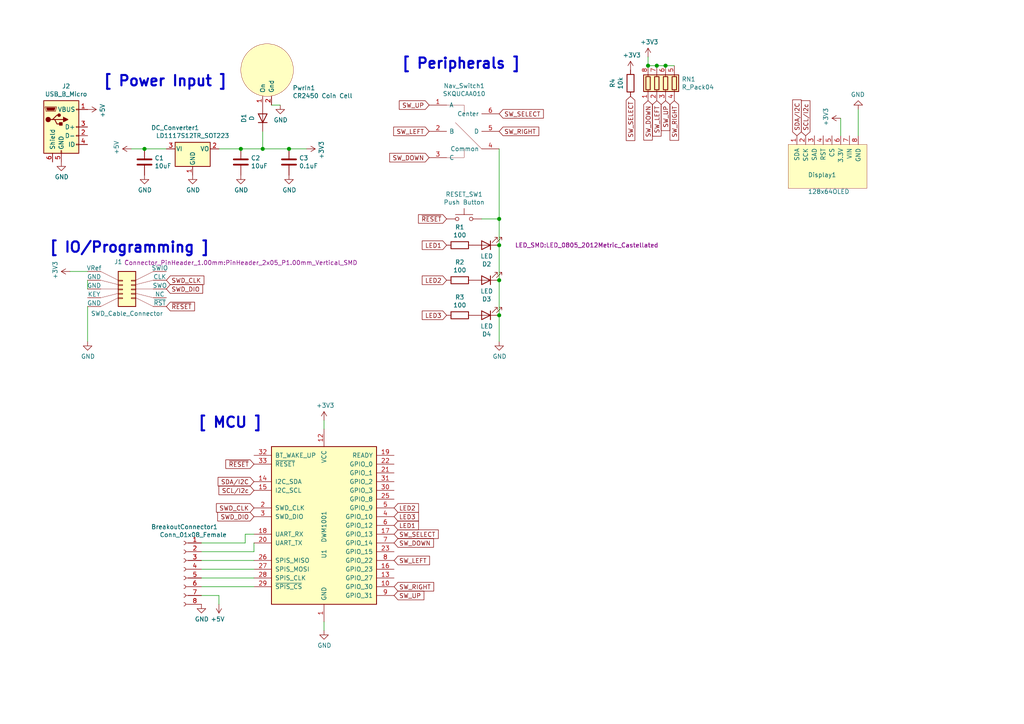
<source format=kicad_sch>
(kicad_sch (version 20211123) (generator eeschema)
  (paper "A4")
  (title_block (title "Indoor GPS Mobile Tag") (date "2020-10-20") (rev "Mk 1") (company "Kelley Industries"))
  (lib_symbols
    (symbol "Connector:Conn_01x08_Female" (pin_names (offset 1.016) hide)
      (property "Reference" "J" (at 0 10.16 0))
      (property "Value" "Conn_01x08_Female" (at 0 -12.7 0))
      (symbol "Conn_01x08_Female_1_1"
        (arc (start 0 -9.652) (mid -0.508 -10.16) (end 0 -10.668) (stroke (width 0.1524)))
        (arc (start 0 -7.112) (mid -0.508 -7.62) (end 0 -8.128) (stroke (width 0.1524)))
        (arc (start 0 -4.572) (mid -0.508 -5.08) (end 0 -5.588) (stroke (width 0.1524)))
        (arc (start 0 -2.032) (mid -0.508 -2.54) (end 0 -3.048) (stroke (width 0.1524)))
        (polyline (pts (xy -1.27 -10.16) (xy -0.508 -10.16)) (stroke (width 0.1524)))
        (polyline (pts (xy -1.27 -7.62) (xy -0.508 -7.62)) (stroke (width 0.1524)))
        (polyline (pts (xy -1.27 -5.08) (xy -0.508 -5.08)) (stroke (width 0.1524)))
        (polyline (pts (xy -1.27 -2.54) (xy -0.508 -2.54)) (stroke (width 0.1524)))
        (polyline (pts (xy -1.27 0) (xy -0.508 0)) (stroke (width 0.1524)))
        (polyline (pts (xy -1.27 2.54) (xy -0.508 2.54)) (stroke (width 0.1524)))
        (polyline (pts (xy -1.27 5.08) (xy -0.508 5.08)) (stroke (width 0.1524)))
        (polyline (pts (xy -1.27 7.62) (xy -0.508 7.62)) (stroke (width 0.1524)))
        (arc (start 0 0.508) (mid -0.508 0) (end 0 -0.508) (stroke (width 0.1524)))
        (arc (start 0 3.048) (mid -0.508 2.54) (end 0 2.032) (stroke (width 0.1524)))
        (arc (start 0 5.588) (mid -0.508 5.08) (end 0 4.572) (stroke (width 0.1524)))
        (arc (start 0 8.128) (mid -0.508 7.62) (end 0 7.112) (stroke (width 0.1524)))
        (pin passive line (at -5.08 7.62 0) (length 3.81) (name "Pin_1") (number "1"))
        (pin passive line (at -5.08 5.08 0) (length 3.81) (name "Pin_2") (number "2"))
        (pin passive line (at -5.08 2.54 0) (length 3.81) (name "Pin_3") (number "3"))
        (pin passive line (at -5.08 0 0) (length 3.81) (name "Pin_4") (number "4"))
        (pin passive line (at -5.08 -2.54 0) (length 3.81) (name "Pin_5") (number "5"))
        (pin passive line (at -5.08 -5.08 0) (length 3.81) (name "Pin_6") (number "6"))
        (pin passive line (at -5.08 -7.62 0) (length 3.81) (name "Pin_7") (number "7"))
        (pin passive line (at -5.08 -10.16 0) (length 3.81) (name "Pin_8") (number "8"))
      )
    )
    (symbol "Connector:USB_B_Micro" (pin_names (offset 1.016))
      (property "Reference" "J" (at -5.08 11.43 0))
      (property "Value" "USB_B_Micro" (at -5.08 8.89 0))
      (symbol "USB_B_Micro_0_1"
        (rectangle (start -5.08 -7.62) (end 5.08 7.62) (stroke (width 0.254)) (fill (type background)))
        (circle (center -3.81 2.159) (radius 0.635) (stroke (width 0.254)) (fill (type outline)))
        (circle (center -0.635 3.429) (radius 0.381) (stroke (width 0.254)) (fill (type outline)))
        (rectangle (start -0.127 -7.62) (end 0.127 -6.858))
        (polyline (pts (xy -1.905 2.159) (xy 0.635 2.159)) (stroke (width 0.254)))
        (polyline (pts (xy -3.175 2.159) (xy -2.54 2.159) (xy -1.27 3.429) (xy -0.635 3.429)) (stroke (width 0.254)))
        (polyline (pts (xy -2.54 2.159) (xy -1.905 2.159) (xy -1.27 0.889) (xy 0 0.889)) (stroke (width 0.254)))
        (polyline (pts (xy 0.635 2.794) (xy 0.635 1.524) (xy 1.905 2.159) (xy 0.635 2.794)) (stroke (width 0.254)) (fill (type outline)))
        (polyline (pts (xy -4.318 5.588) (xy -1.778 5.588) (xy -2.032 4.826) (xy -4.064 4.826) (xy -4.318 5.588)) (fill (type outline)))
        (polyline (pts (xy -4.699 5.842) (xy -4.699 5.588) (xy -4.445 4.826) (xy -4.445 4.572) (xy -1.651 4.572) (xy -1.651 4.826) (xy -1.397 5.588) (xy -1.397 5.842) (xy -4.699 5.842)))
        (rectangle (start 0.254 1.27) (end -0.508 0.508) (stroke (width 0.254)) (fill (type outline)))
        (rectangle (start 5.08 -5.207) (end 4.318 -4.953))
        (rectangle (start 5.08 -2.667) (end 4.318 -2.413))
        (rectangle (start 5.08 -0.127) (end 4.318 0.127))
        (rectangle (start 5.08 4.953) (end 4.318 5.207))
      )
      (symbol "USB_B_Micro_1_1"
        (pin power_out line (at 7.62 5.08 180) (length 2.54) (name "VBUS") (number "1"))
        (pin passive line (at 7.62 -2.54 180) (length 2.54) (name "D-") (number "2"))
        (pin passive line (at 7.62 0 180) (length 2.54) (name "D+") (number "3"))
        (pin passive line (at 7.62 -5.08 180) (length 2.54) (name "ID") (number "4"))
        (pin power_out line (at 0 -10.16 90) (length 2.54) (name "GND") (number "5"))
        (pin passive line (at -2.54 -10.16 90) (length 2.54) (name "Shield") (number "6"))
      )
    )
    (symbol "Device:C" (pin_numbers hide) (pin_names (offset 0.254))
      (property "Reference" "C" (at 0.635 2.54 0))
      (property "Value" "C" (at 0.635 -2.54 0))
      (symbol "C_0_1"
        (polyline (pts (xy -2.032 -0.762) (xy 2.032 -0.762)) (stroke (width 0.508)))
        (polyline (pts (xy -2.032 0.762) (xy 2.032 0.762)) (stroke (width 0.508)))
      )
      (symbol "C_1_1"
        (pin passive line (at 0 3.81 270) (length 2.794) (name "~") (number "1"))
        (pin passive line (at 0 -3.81 90) (length 2.794) (name "~") (number "2"))
      )
    )
    (symbol "Device:D" (pin_numbers hide) (pin_names (offset 1.016) hide)
      (property "Reference" "D" (at 0 2.54 0))
      (property "Value" "D" (at 0 -2.54 0))
      (symbol "D_0_1"
        (polyline (pts (xy -1.27 1.27) (xy -1.27 -1.27)) (stroke (width 0.254)))
        (polyline (pts (xy 1.27 0) (xy -1.27 0)))
        (polyline (pts (xy 1.27 1.27) (xy 1.27 -1.27) (xy -1.27 0) (xy 1.27 1.27)) (stroke (width 0.254)))
      )
      (symbol "D_1_1"
        (pin passive line (at -3.81 0 0) (length 2.54) (name "K") (number "1"))
        (pin passive line (at 3.81 0 180) (length 2.54) (name "A") (number "2"))
      )
    )
    (symbol "Device:LED" (pin_numbers hide) (pin_names (offset 1.016) hide)
      (property "Reference" "D" (at 0 2.54 0))
      (property "Value" "LED" (at 0 -2.54 0))
      (symbol "LED_0_1"
        (polyline (pts (xy -1.27 -1.27) (xy -1.27 1.27)) (stroke (width 0.254)))
        (polyline (pts (xy -1.27 0) (xy 1.27 0)))
        (polyline (pts (xy 1.27 -1.27) (xy 1.27 1.27) (xy -1.27 0) (xy 1.27 -1.27)) (stroke (width 0.254)))
        (polyline (pts (xy -3.048 -0.762) (xy -4.572 -2.286) (xy -3.81 -2.286) (xy -4.572 -2.286) (xy -4.572 -1.524)))
        (polyline (pts (xy -1.778 -0.762) (xy -3.302 -2.286) (xy -2.54 -2.286) (xy -3.302 -2.286) (xy -3.302 -1.524)))
      )
      (symbol "LED_1_1"
        (pin passive line (at -3.81 0 0) (length 2.54) (name "K") (number "1"))
        (pin passive line (at 3.81 0 180) (length 2.54) (name "A") (number "2"))
      )
    )
    (symbol "Device:R" (pin_numbers hide) (pin_names (offset 0))
      (property "Reference" "R" (at 2.032 0 90))
      (property "Value" "R" (at 0 0 90))
      (symbol "R_0_1"
        (rectangle (start -1.016 -2.54) (end 1.016 2.54) (stroke (width 0.254)))
      )
      (symbol "R_1_1"
        (pin passive line (at 0 3.81 270) (length 1.27) (name "~") (number "1"))
        (pin passive line (at 0 -3.81 90) (length 1.27) (name "~") (number "2"))
      )
    )
    (symbol "Device:R_Pack04" (pin_names (offset 0) hide)
      (property "Reference" "RN" (at -7.62 0 90))
      (property "Value" "R_Pack04" (at 5.08 0 90))
      (symbol "R_Pack04_0_1"
        (rectangle (start -6.35 -2.413) (end 3.81 2.413) (stroke (width 0.254)) (fill (type background)))
        (rectangle (start -5.715 1.905) (end -4.445 -1.905) (stroke (width 0.254)))
        (rectangle (start -3.175 1.905) (end -1.905 -1.905) (stroke (width 0.254)))
        (rectangle (start -0.635 1.905) (end 0.635 -1.905) (stroke (width 0.254)))
        (polyline (pts (xy -5.08 -2.54) (xy -5.08 -1.905)))
        (polyline (pts (xy -5.08 1.905) (xy -5.08 2.54)))
        (polyline (pts (xy -2.54 -2.54) (xy -2.54 -1.905)))
        (polyline (pts (xy -2.54 1.905) (xy -2.54 2.54)))
        (polyline (pts (xy 0 -2.54) (xy 0 -1.905)))
        (polyline (pts (xy 0 1.905) (xy 0 2.54)))
        (polyline (pts (xy 2.54 -2.54) (xy 2.54 -1.905)))
        (polyline (pts (xy 2.54 1.905) (xy 2.54 2.54)))
        (rectangle (start 1.905 1.905) (end 3.175 -1.905) (stroke (width 0.254)))
      )
      (symbol "R_Pack04_1_1"
        (pin passive line (at -5.08 -5.08 90) (length 2.54) (name "R1.1") (number "1"))
        (pin passive line (at -2.54 -5.08 90) (length 2.54) (name "R2.1") (number "2"))
        (pin passive line (at 0 -5.08 90) (length 2.54) (name "R3.1") (number "3"))
        (pin passive line (at 2.54 -5.08 90) (length 2.54) (name "R4.1") (number "4"))
        (pin passive line (at 2.54 5.08 270) (length 2.54) (name "R4.2") (number "5"))
        (pin passive line (at 0 5.08 270) (length 2.54) (name "R3.2") (number "6"))
        (pin passive line (at -2.54 5.08 270) (length 2.54) (name "R2.2") (number "7"))
        (pin passive line (at -5.08 5.08 270) (length 2.54) (name "R1.2") (number "8"))
      )
    )
    (symbol "RF_Module:DWM1001" (pin_names (offset 1.016))
      (property "Reference" "U" (at -12.7 27.94 0))
      (property "Value" "DWM1001" (at -12.7 25.4 0))
      (symbol "DWM1001_0_1"
        (rectangle (start 15.24 22.86) (end -15.24 -22.86) (stroke (width 0.254)) (fill (type background)))
      )
      (symbol "DWM1001_1_1"
        (pin power_in line (at 0 -27.94 90) (length 5.08) (name "GND") (number "1"))
        (pin bidirectional line (at 20.32 -17.78 180) (length 5.08) (name "GPIO_30") (number "10"))
        (pin passive line (at 0 -27.94 90) (length 5.08) hide (name "GND") (number "11"))
        (pin power_in line (at 0 27.94 270) (length 5.08) (name "VCC") (number "12"))
        (pin bidirectional line (at 20.32 -15.24 180) (length 5.08) (name "GPIO_27") (number "13"))
        (pin bidirectional line (at -20.32 12.7 0) (length 5.08) (name "I2C_SDA") (number "14"))
        (pin output line (at -20.32 10.16 0) (length 5.08) (name "I2C_SCL") (number "15"))
        (pin bidirectional line (at 20.32 -12.7 180) (length 5.08) (name "GPIO_23") (number "16"))
        (pin bidirectional line (at 20.32 -2.54 180) (length 5.08) (name "GPIO_13") (number "17"))
        (pin input line (at -20.32 -2.54 0) (length 5.08) (name "UART_RX") (number "18"))
        (pin output line (at 20.32 20.32 180) (length 5.08) (name "READY") (number "19"))
        (pin input line (at -20.32 5.08 0) (length 5.08) (name "SWD_CLK") (number "2"))
        (pin output line (at -20.32 -5.08 0) (length 5.08) (name "UART_TX") (number "20"))
        (pin bidirectional line (at 20.32 15.24 180) (length 5.08) (name "GPIO_1") (number "21"))
        (pin bidirectional line (at 20.32 17.78 180) (length 5.08) (name "GPIO_0") (number "22"))
        (pin bidirectional line (at 20.32 -7.62 180) (length 5.08) (name "GPIO_15") (number "23"))
        (pin passive line (at 0 -27.94 90) (length 5.08) hide (name "GND") (number "24"))
        (pin bidirectional line (at 20.32 7.62 180) (length 5.08) (name "GPIO_8") (number "25"))
        (pin output line (at -20.32 -10.16 0) (length 5.08) (name "SPIS_MISO") (number "26"))
        (pin tri_state line (at -20.32 -12.7 0) (length 5.08) (name "SPIS_MOSI") (number "27"))
        (pin input line (at -20.32 -15.24 0) (length 5.08) (name "SPIS_CLK") (number "28"))
        (pin input line (at -20.32 -17.78 0) (length 5.08) (name "~{SPIS_CS}") (number "29"))
        (pin bidirectional line (at -20.32 2.54 0) (length 5.08) (name "SWD_DIO") (number "3"))
        (pin bidirectional line (at 20.32 10.16 180) (length 5.08) (name "GPIO_3") (number "30"))
        (pin bidirectional line (at 20.32 12.7 180) (length 5.08) (name "GPIO_2") (number "31"))
        (pin input line (at -20.32 20.32 0) (length 5.08) (name "BT_WAKE_UP") (number "32"))
        (pin input line (at -20.32 17.78 0) (length 5.08) (name "~{RESET}") (number "33"))
        (pin passive line (at 0 -27.94 90) (length 5.08) hide (name "GND") (number "34"))
        (pin bidirectional line (at 20.32 2.54 180) (length 5.08) (name "GPIO_10") (number "4"))
        (pin bidirectional line (at 20.32 5.08 180) (length 5.08) (name "GPIO_9") (number "5"))
        (pin bidirectional line (at 20.32 0 180) (length 5.08) (name "GPIO_12") (number "6"))
        (pin bidirectional line (at 20.32 -5.08 180) (length 5.08) (name "GPIO_14") (number "7"))
        (pin bidirectional line (at 20.32 -10.16 180) (length 5.08) (name "GPIO_22") (number "8"))
        (pin bidirectional line (at 20.32 -20.32 180) (length 5.08) (name "GPIO_31") (number "9"))
      )
    )
    (symbol "Regulator_Linear:LD1117S12TR_SOT223" (pin_names (offset 0.254))
      (property "Reference" "U" (at -3.81 3.175 0))
      (property "Value" "LD1117S12TR_SOT223" (at 0 3.175 0))
      (symbol "LD1117S12TR_SOT223_0_1"
        (rectangle (start -5.08 -5.08) (end 5.08 1.905) (stroke (width 0.254)) (fill (type background)))
      )
      (symbol "LD1117S12TR_SOT223_1_1"
        (pin power_in line (at 0 -7.62 90) (length 2.54) (name "GND") (number "1"))
        (pin power_out line (at 7.62 0 180) (length 2.54) (name "VO") (number "2"))
        (pin power_in line (at -7.62 0 0) (length 2.54) (name "VI") (number "3"))
      )
    )
    (symbol "Switch:SW_Push" (pin_numbers hide) (pin_names (offset 1.016) hide)
      (property "Reference" "SW" (at 1.27 2.54 0))
      (property "Value" "SW_Push" (at 0 -1.524 0))
      (symbol "SW_Push_0_1"
        (circle (center -2.032 0) (radius 0.508))
        (polyline (pts (xy 0 1.27) (xy 0 3.048)))
        (polyline (pts (xy 2.54 1.27) (xy -2.54 1.27)))
        (circle (center 2.032 0) (radius 0.508))
        (pin passive line (at -5.08 0 0) (length 2.54) (name "1") (number "1"))
        (pin passive line (at 5.08 0 180) (length 2.54) (name "2") (number "2"))
      )
    )
    (symbol "mobile-tag-schematics:128x64OLED_1" (pin_names (offset 1.016))
      (property "Reference" "U" (at 1.27 -6.35 0))
      (property "Value" "128x64OLED" (at 1.27 -8.89 0))
      (symbol "128x64OLED_1_0_1"
        (rectangle (start -11.43 0) (end 11.43 -12.7) (stroke (width 0.001)) (fill (type background)))
      )
      (symbol "128x64OLED_1_1_1"
        (pin bidirectional line (at -8.89 2.54 270) (length 2.54) (name "SDA") (number "1"))
        (pin bidirectional line (at -6.35 2.54 270) (length 2.54) (name "SCK") (number "2"))
        (pin bidirectional line (at -3.81 2.54 270) (length 2.54) (name "SAD") (number "3"))
        (pin bidirectional line (at -1.27 2.54 270) (length 2.54) (name "RST") (number "4"))
        (pin bidirectional line (at 1.27 2.54 270) (length 2.54) (name "CS") (number "5"))
        (pin bidirectional line (at 3.81 2.54 270) (length 2.54) (name "3.3V") (number "6"))
        (pin bidirectional line (at 6.35 2.54 270) (length 2.54) (name "VIN") (number "7"))
        (pin bidirectional line (at 8.89 2.54 270) (length 2.54) (name "GND") (number "8"))
      )
    )
    (symbol "mobile-tag-schematics:CoinCellBreakoutOnOff" (pin_names (offset 1.016))
      (property "Reference" "U" (at 10.16 12.7 0))
      (property "Value" "CoinCellBreakoutOnOff" (at -2.54 12.7 0))
      (symbol "CoinCellBreakoutOnOff_0_1"
        (circle (center -1.27 -12.7) (radius 7.62) (stroke (width 0.001)) (fill (type background)))
      )
      (symbol "CoinCellBreakoutOnOff_1_1"
        (pin bidirectional line (at 0 -2.54 270) (length 2.54) (name "On") (number "1"))
        (pin bidirectional line (at -2.54 -2.54 270) (length 2.54) (name "Gnd") (number "2"))
      )
    )
    (symbol "mobile-tag-schematics:SKQUCAA010_1" (pin_names (offset 0.762))
      (property "Reference" "S" (at 16.51 7.62 0))
      (property "Value" "SKQUCAA010" (at 38.1 5.08 0))
      (symbol "SKQUCAA010_1_0_0"
        (pin passive line (at 0 5.08 0) (length 5.08) (name "A") (number "1"))
        (pin passive line (at 0 -2.54 0) (length 5.08) (name "B") (number "2"))
        (pin passive line (at 0 -10.16 0) (length 5.08) (name "C") (number "3"))
        (pin passive line (at 20.32 -7.62 180) (length 5.08) (name "Common") (number "4"))
        (pin passive line (at 20.32 -2.54 180) (length 5.08) (name "D") (number "5"))
        (pin passive line (at 20.32 2.54 180) (length 5.08) (name "Center") (number "6"))
      )
      (symbol "SKQUCAA010_1_0_1"
        (polyline (pts (xy 7.62 0) (xy 15.24 -7.62)) (stroke (width 0.0006)))
        (polyline (pts (xy 5.08 -10.16) (xy 10.16 -10.16) (xy 10.16 -7.62)) (stroke (width 0.0006)))
        (polyline (pts (xy 5.08 5.08) (xy 10.16 5.08) (xy 10.16 2.54)) (stroke (width 0.0006)))
      )
    )
    (symbol "mobile-tag-schematics:SWD_Cable_Connector" (pin_numbers hide) (pin_names (offset 0))
      (property "Reference" "J" (at 1.27 8.89 0))
      (property "Value" "SWD_Cable_Connector" (at 1.27 -5.08 0))
      (property "Datasheet" "~" (at 0 0 0))
      (symbol "SWD_Cable_Connector_0_1"
        (polyline (pts (xy -6.35 -2.54) (xy -1.27 0)) (stroke (width 0.0006)))
        (polyline (pts (xy -6.35 0) (xy -1.27 1.27)) (stroke (width 0.0006)))
        (polyline (pts (xy -6.35 2.54) (xy -1.27 2.54)) (stroke (width 0.0006)))
        (polyline (pts (xy -6.35 5.08) (xy -1.27 3.81)) (stroke (width 0.0006)))
        (polyline (pts (xy -1.27 5.08) (xy -6.35 7.62)) (stroke (width 0.0006)))
        (polyline (pts (xy 3.81 1.27) (xy 8.89 0)) (stroke (width 0.0006)))
        (polyline (pts (xy 3.81 2.54) (xy 8.89 2.54)) (stroke (width 0.0006)))
        (polyline (pts (xy 3.81 5.08) (xy 8.89 7.62)) (stroke (width 0.0006)))
        (polyline (pts (xy 8.89 -2.54) (xy 3.81 0)) (stroke (width 0.0006)))
        (polyline (pts (xy 8.89 5.08) (xy 3.81 3.81)) (stroke (width 0.0006)))
      )
      (symbol "SWD_Cable_Connector_1_1"
        (rectangle (start -1.27 0) (end 0 -0.254) (stroke (width 0.1524)))
        (rectangle (start -1.27 1.27) (end 0 1.016) (stroke (width 0.1524)))
        (rectangle (start -1.27 2.54) (end 0 2.286) (stroke (width 0.1524)))
        (rectangle (start -1.27 3.81) (end 0 3.556) (stroke (width 0.1524)))
        (rectangle (start -1.27 5.08) (end 0 4.826) (stroke (width 0.1524)))
        (rectangle (start -1.27 7.62) (end 3.81 -2.54) (stroke (width 0.254)) (fill (type background)))
        (rectangle (start 3.81 0) (end 2.54 -0.254) (stroke (width 0.1524)))
        (rectangle (start 3.81 1.27) (end 2.54 1.016) (stroke (width 0.1524)))
        (rectangle (start 3.81 2.54) (end 2.54 2.286) (stroke (width 0.1524)))
        (rectangle (start 3.81 3.81) (end 2.54 3.556) (stroke (width 0.1524)))
        (rectangle (start 3.81 5.08) (end 2.54 4.826) (stroke (width 0.1524)))
        (pin passive line (at -10.16 7.62 0) (length 3.81) (name "VRef") (number "1"))
        (pin passive line (at 12.7 -2.54 180) (length 3.81) (name "~{RST}") (number "10"))
        (pin passive line (at 12.7 7.62 180) (length 3.81) (name "SWIO") (number "2"))
        (pin passive line (at -10.16 5.08 0) (length 3.81) (name "GND") (number "3"))
        (pin passive line (at 12.7 5.08 180) (length 3.81) (name "CLK") (number "4"))
        (pin passive line (at -10.16 2.54 0) (length 3.81) (name "GND") (number "5"))
        (pin passive line (at 12.7 2.54 180) (length 3.81) (name "SWO") (number "6"))
        (pin passive line (at -10.16 0 0) (length 3.81) (name "KEY") (number "7"))
        (pin passive line (at 12.7 0 180) (length 3.81) (name "NC") (number "8"))
        (pin passive line (at -10.16 -2.54 0) (length 3.81) (name "GND") (number "9"))
      )
    )
    (symbol "power:+3.3V" (power) (pin_names (offset 0))
      (property "Value" "+3.3V" (at 0 3.556 0))
      (symbol "+3.3V_0_1"
        (polyline (pts (xy -0.762 1.27) (xy 0 2.54)))
        (polyline (pts (xy 0 0) (xy 0 2.54)))
        (polyline (pts (xy 0 2.54) (xy 0.762 1.27)))
      )
      (symbol "+3.3V_1_1"
        (pin power_in line (at 0 0 90) (length 0) hide (name "+3V3") (number "1"))
      )
    )
    (symbol "power:+5V" (power) (pin_names (offset 0))
      (property "Value" "+5V" (at 0 3.556 0))
      (symbol "+5V_0_1"
        (polyline (pts (xy -0.762 1.27) (xy 0 2.54)))
        (polyline (pts (xy 0 0) (xy 0 2.54)))
        (polyline (pts (xy 0 2.54) (xy 0.762 1.27)))
      )
      (symbol "+5V_1_1"
        (pin power_in line (at 0 0 90) (length 0) hide (name "+5V") (number "1"))
      )
    )
    (symbol "power:GND" (power) (pin_names (offset 0))
      (property "Value" "GND" (at 0 -3.81 0))
      (symbol "GND_0_1"
        (polyline (pts (xy 0 0) (xy 0 -1.27) (xy 1.27 -1.27) (xy 0 -2.54) (xy -1.27 -1.27) (xy 0 -1.27)))
      )
      (symbol "GND_1_1"
        (pin power_in line (at 0 0 270) (length 0) hide (name "GND") (number "1"))
      )
    )
  )
  (junction (at 69.85 43.18) (diameter 1.016))
  (junction (at 193.04 19.05) (diameter 1.016))
  (junction (at 144.78 71.12) (diameter 1.016))
  (junction (at 144.78 81.28) (diameter 1.016))
  (junction (at 76.2 43.18) (diameter 1.016))
  (junction (at 144.78 91.44) (diameter 1.016))
  (junction (at 190.5 19.05) (diameter 1.016))
  (junction (at 187.96 19.05) (diameter 1.016))
  (junction (at 83.82 43.18) (diameter 1.016))
  (junction (at 41.91 43.18) (diameter 1.016))
  (junction (at 144.78 63.5) (diameter 1.016))
  (wire (pts (xy 58.42 157.48) (xy 71.12 157.48)))
  (wire (pts (xy 83.82 43.18) (xy 88.9 43.18)))
  (wire (pts (xy 187.96 16.51) (xy 187.96 19.05)))
  (wire (pts (xy 58.42 170.18) (xy 73.66 170.18)))
  (wire (pts (xy 58.42 162.56) (xy 73.66 162.56)))
  (wire (pts (xy 144.78 71.12) (xy 144.78 63.5)))
  (wire (pts (xy 63.5 175.26) (xy 63.5 172.72)))
  (wire (pts (xy 63.5 43.18) (xy 69.85 43.18)))
  (wire (pts (xy 144.78 43.18) (xy 144.78 63.5)))
  (wire (pts (xy 25.4 88.9) (xy 25.4 99.06)))
  (wire (pts (xy 58.42 172.72) (xy 63.5 172.72)))
  (wire (pts (xy 73.66 160.02) (xy 73.66 157.48)))
  (wire (pts (xy 25.4 81.28) (xy 25.4 83.82)))
  (wire (pts (xy 93.98 180.34) (xy 93.98 182.88)))
  (wire (pts (xy 76.2 38.1) (xy 76.2 43.18)))
  (wire (pts (xy 78.74 30.48) (xy 81.28 30.48)))
  (wire (pts (xy 71.12 154.94) (xy 73.66 154.94)))
  (wire (pts (xy 187.96 19.05) (xy 190.5 19.05)))
  (wire (pts (xy 193.04 19.05) (xy 195.58 19.05)))
  (wire (pts (xy 58.42 160.02) (xy 73.66 160.02)))
  (wire (pts (xy 71.12 157.48) (xy 71.12 154.94)))
  (wire (pts (xy 20.32 78.74) (xy 25.4 78.74)))
  (wire (pts (xy 144.78 81.28) (xy 144.78 91.44)))
  (wire (pts (xy 41.91 43.18) (xy 48.26 43.18)))
  (wire (pts (xy 76.2 43.18) (xy 83.82 43.18)))
  (wire (pts (xy 144.78 71.12) (xy 144.78 81.28)))
  (wire (pts (xy 139.7 63.5) (xy 144.78 63.5)))
  (wire (pts (xy 93.98 121.92) (xy 93.98 124.46)))
  (wire (pts (xy 38.1 43.18) (xy 41.91 43.18)))
  (wire (pts (xy 58.42 165.1) (xy 73.66 165.1)))
  (wire (pts (xy 248.92 31.75) (xy 248.92 39.37)))
  (wire (pts (xy 243.84 34.29) (xy 243.84 39.37)))
  (wire (pts (xy 144.78 91.44) (xy 144.78 99.06)))
  (wire (pts (xy 190.5 19.05) (xy 193.04 19.05)))
  (wire (pts (xy 58.42 167.64) (xy 73.66 167.64)))
  (wire (pts (xy 69.85 43.18) (xy 76.2 43.18)))
  (text "[ Peripherals ]" (at 151.13 20.32 180) (effects (font (size 3 3) (thickness 0.6) bold) (justify right bottom)))
  (text "[ MCU ]" (at 76.2 124.46 180) (effects (font (size 3 3) (thickness 0.6) bold) (justify right bottom)))
  (text "[ IO/Programming ]" (at 60.96 73.66 180) (effects (font (size 3 3) (thickness 0.6) bold) (justify right bottom)))
  (text "[ Power Input ]" (at 66.04 25.4 180) (effects (font (size 3 3) (thickness 0.6) bold) (justify right bottom)))
  (global_label "SW_UP" (shape input) (at 114.3 172.72 0) (property "Intersheet References" "${INTERSHEET_REFS}" (effects hide)))
  (global_label "SW_RIGHT" (shape input) (at 114.3 170.18 0) (property "Intersheet References" "${INTERSHEET_REFS}" (effects hide)))
  (global_label "SCL{slash}I2c" (shape input) (at 233.68 39.37 90) (property "Intersheet References" "${INTERSHEET_REFS}" (effects hide)))
  (global_label "SW_DOWN" (shape input) (at 187.96 29.21 270) (property "Intersheet References" "${INTERSHEET_REFS}" (effects hide)))
  (global_label "LED2" (shape input) (at 129.54 81.28 180) (property "Intersheet References" "${INTERSHEET_REFS}" (effects hide)))
  (global_label "SW_RIGHT" (shape input) (at 144.78 38.1 0) (property "Intersheet References" "${INTERSHEET_REFS}" (effects hide)))
  (global_label "SWD_DIO" (shape input) (at 73.66 149.86 180) (property "Intersheet References" "${INTERSHEET_REFS}" (effects hide)))
  (global_label "SW_DOWN" (shape input) (at 114.3 157.48 0) (property "Intersheet References" "${INTERSHEET_REFS}" (effects hide)))
  (global_label "SW_SELECT" (shape input) (at 114.3 154.94 0) (property "Intersheet References" "${INTERSHEET_REFS}" (effects hide)))
  (global_label "SCL{slash}I2c" (shape input) (at 73.66 142.24 180) (property "Intersheet References" "${INTERSHEET_REFS}" (effects hide)))
  (global_label "~{RESET}" (shape input) (at 73.66 134.62 180) (property "Intersheet References" "${INTERSHEET_REFS}" (effects hide)))
  (global_label "SW_LEFT" (shape input) (at 114.3 162.56 0) (property "Intersheet References" "${INTERSHEET_REFS}" (effects hide)))
  (global_label "SW_UP" (shape input) (at 124.46 30.48 180) (property "Intersheet References" "${INTERSHEET_REFS}" (effects hide)))
  (global_label "SW_SELECT" (shape input) (at 182.88 27.94 270) (property "Intersheet References" "${INTERSHEET_REFS}" (effects hide)))
  (global_label "SW_UP" (shape input) (at 193.04 29.21 270) (property "Intersheet References" "${INTERSHEET_REFS}" (effects hide)))
  (global_label "SW_RIGHT" (shape input) (at 195.58 29.21 270) (property "Intersheet References" "${INTERSHEET_REFS}" (effects hide)))
  (global_label "SDA{slash}I2C" (shape input) (at 73.66 139.7 180) (property "Intersheet References" "${INTERSHEET_REFS}" (effects hide)))
  (global_label "~{RESET}" (shape input) (at 129.54 63.5 180) (property "Intersheet References" "${INTERSHEET_REFS}" (effects hide)))
  (global_label "LED3" (shape input) (at 129.54 91.44 180) (property "Intersheet References" "${INTERSHEET_REFS}" (effects hide)))
  (global_label "SDA{slash}I2C" (shape input) (at 231.14 39.37 90) (property "Intersheet References" "${INTERSHEET_REFS}" (effects hide)))
  (global_label "SWD_CLK" (shape input) (at 48.26 81.28 0) (property "Intersheet References" "${INTERSHEET_REFS}" (effects hide)))
  (global_label "LED1" (shape input) (at 129.54 71.12 180) (property "Intersheet References" "${INTERSHEET_REFS}" (effects hide)))
  (global_label "~{RESET}" (shape input) (at 48.26 88.9 0) (property "Intersheet References" "${INTERSHEET_REFS}" (effects hide)))
  (global_label "SWD_DIO" (shape input) (at 48.26 83.82 0) (property "Intersheet References" "${INTERSHEET_REFS}" (effects hide)))
  (global_label "SW_LEFT" (shape input) (at 190.5 29.21 270) (property "Intersheet References" "${INTERSHEET_REFS}" (effects hide)))
  (global_label "SW_LEFT" (shape input) (at 124.46 38.1 180) (property "Intersheet References" "${INTERSHEET_REFS}" (effects hide)))
  (global_label "SWD_CLK" (shape input) (at 73.66 147.32 180) (property "Intersheet References" "${INTERSHEET_REFS}" (effects hide)))
  (global_label "LED1" (shape input) (at 114.3 152.4 0) (property "Intersheet References" "${INTERSHEET_REFS}" (effects hide)))
  (global_label "SW_SELECT" (shape input) (at 144.78 33.02 0) (property "Intersheet References" "${INTERSHEET_REFS}" (effects hide)))
  (global_label "SW_DOWN" (shape input) (at 124.46 45.72 180) (property "Intersheet References" "${INTERSHEET_REFS}" (effects hide)))
  (global_label "LED3" (shape input) (at 114.3 149.86 0) (property "Intersheet References" "${INTERSHEET_REFS}" (effects hide)))
  (global_label "LED2" (shape input) (at 114.3 147.32 0) (property "Intersheet References" "${INTERSHEET_REFS}" (effects hide)))
  (symbol (lib_id "power:GND") (at 55.88 50.8 0) (unit 1)
    (property "Reference" "#PWR05" (effects hide))
    (property "Value" "GND" (at 55.9943 55.1244 0))
  )
  (symbol (lib_id "Device:R_Pack04") (at 193.04 24.13 0) (unit 1)
    (property "Reference" "RN1" (at 197.7137 22.9806 0) (effects (justify left)))
    (property "Value" "R_Pack04" (at 197.7137 25.2793 0) (effects (justify left)))
    (property "Footprint" "Resistor_SMD:R_Array_Convex_4x0603" (effects hide))
    (property "JLCPCB" "C29718" (effects hide))
  )
  (symbol (lib_id "Device:R") (at 133.35 71.12 270) (unit 1)
    (property "Reference" "R1" (at 133.35 65.8938 90))
    (property "Value" "100" (at 133.35 68.193 90))
    (property "Footprint" "Resistor_THT:R_Axial_DIN0204_L3.6mm_D1.6mm_P5.08mm_Vertical" (effects hide))
    (property "Datasheet" "1k" (effects hide))
    (property "JLCPCB" "C17901" (effects hide))
  )
  (symbol (lib_id "power:GND") (at 69.85 50.8 0) (unit 1)
    (property "Reference" "#PWR06" (effects hide))
    (property "Value" "GND" (at 69.9643 55.1244 0))
  )
  (symbol (lib_id "power:+5V") (at 25.4 31.75 270) (unit 1)
    (property "Reference" "#PWR0101" (effects hide))
    (property "Value" "+5V" (at 29.7244 32.1183 0))
  )
  (symbol (lib_id "Device:C") (at 69.85 46.99 0) (unit 1)
    (property "Reference" "C2" (at 72.771 45.841 0) (effects (justify left)))
    (property "Value" "10uF" (at 72.771 48.139 0) (effects (justify left)))
    (property "Footprint" "Capacitor_THT:C_Radial_D5.0mm_H5.0mm_P2.00mm" (effects hide))
    (property "JLCPCB" "C15850" (effects hide))
  )
  (symbol (lib_id "power:+3.3V") (at 93.98 121.92 0) (unit 1)
    (property "Reference" "#PWR012" (effects hide))
    (property "Value" "+3.3V" (at 94.3483 117.5956 0))
  )
  (symbol (lib_id "power:GND") (at 144.78 99.06 0) (unit 1)
    (property "Reference" "#PWR014" (effects hide))
    (property "Value" "GND" (at 144.8943 103.3844 0))
  )
  (symbol (lib_id "mobile-tag-schematics:CoinCellBreakoutOnOff") (at 76.2 33.02 180) (unit 1)
    (property "Reference" "PwrIn1" (at 84.868 25.505 0) (effects (justify right)))
    (property "Value" "CR2450 Coin Cell" (at 84.868 27.803 0) (effects (justify right)))
    (property "Footprint" "Battery:BatteryHolder_Keystone_3009_1x2450" (effects hide))
    (property "Vendor" "Ada" (effects hide))
  )
  (symbol (lib_id "power:GND") (at 58.42 175.26 0) (unit 1)
    (property "Reference" "#PWR07" (effects hide))
    (property "Value" "GND" (at 58.5343 179.5844 0))
  )
  (symbol (lib_id "power:+3.3V") (at 88.9 43.18 270) (unit 1)
    (property "Reference" "#PWR011" (effects hide))
    (property "Value" "+3.3V" (at 93.2244 43.5483 0))
  )
  (symbol (lib_id "Device:LED") (at 140.97 81.28 180) (unit 1)
    (property "Reference" "D3" (at 141.1605 86.7602 0))
    (property "Value" "LED" (at 141.1605 84.4615 0))
    (property "Footprint" "LED_THT:LED_D3.0mm" (effects hide))
    (property "JLCPCB" "C34499" (effects hide))
  )
  (symbol (lib_id "power:GND") (at 17.78 46.99 0) (unit 1)
    (property "Reference" "#PWR0102" (effects hide))
    (property "Value" "GND" (at 17.8943 51.3144 0))
  )
  (symbol (lib_id "Device:LED") (at 140.97 91.44 180) (unit 1)
    (property "Reference" "D4" (at 141.1605 96.9202 0))
    (property "Value" "LED" (at 141.1605 94.6215 0))
    (property "Footprint" "LED_THT:LED_D3.0mm" (effects hide))
    (property "JLCPCB" "C34499" (effects hide))
  )
  (symbol (lib_id "power:GND") (at 41.91 50.8 0) (unit 1)
    (property "Reference" "#PWR04" (effects hide))
    (property "Value" "GND" (at 42.0243 55.1244 0))
  )
  (symbol (lib_id "power:+3.3V") (at 182.88 20.32 0) (unit 1)
    (property "Reference" "#PWR0104" (effects hide))
    (property "Value" "+3.3V" (at 183.2483 15.9956 0))
  )
  (symbol (lib_id "power:GND") (at 83.82 50.8 0) (unit 1)
    (property "Reference" "#PWR010" (effects hide))
    (property "Value" "GND" (at 83.9343 55.1244 0))
  )
  (symbol (lib_id "power:+3.3V") (at 20.32 78.74 90) (unit 1)
    (property "Reference" "#PWR01" (effects hide))
    (property "Value" "+5V" (at 15.996 78.372 0))
  )
  (symbol (lib_id "power:GND") (at 93.98 182.88 0) (unit 1)
    (property "Reference" "#PWR013" (effects hide))
    (property "Value" "GND" (at 94.0943 187.2044 0))
  )
  (symbol (lib_id "Connector:Conn_01x08_Female") (at 53.34 165.1 0) (mirror y) (unit 1)
    (property "Reference" "BreakoutConnector1" (at 53.492 152.813 0))
    (property "Value" "Conn_01x08_Female" (at 56.0324 155.1113 0))
    (property "Footprint" "Connector_PinSocket_2.54mm:PinSocket_1x08_P2.54mm_Horizontal" (effects hide))
  )
  (symbol (lib_id "Device:C") (at 41.91 46.99 0) (unit 1)
    (property "Reference" "C1" (at 44.831 45.841 0) (effects (justify left)))
    (property "Value" "10uF" (at 44.831 48.139 0) (effects (justify left)))
    (property "Footprint" "Capacitor_SMD:C_0805_2012Metric_Pad1.15x1.40mm_HandSolder" (effects hide))
    (property "JLCPCB" "C15850" (effects hide))
  )
  (symbol (lib_id "Device:C") (at 83.82 46.99 0) (unit 1)
    (property "Reference" "C3" (at 86.741 45.841 0) (effects (justify left)))
    (property "Value" "0.1uF" (at 86.7411 48.1393 0) (effects (justify left)))
    (property "Footprint" "Resistor_SMD:R_0603_1608Metric_Pad1.05x0.95mm_HandSolder" (effects hide))
    (property "JLCPCB" "C49678" (effects hide))
  )
  (symbol (lib_name "mobile-tag-schematics:128x64OLED_1") (lib_id "mobile-tag-schematics:128x64OLED") (at 240.03 41.91 0) (unit 1)
    (property "Reference" "Display1" (at 234.316 50.73 0) (effects (justify left)))
    (property "Value" "128x64OLED" (at 234.3156 55.569 0) (effects (justify left)))
    (property "Footprint" "Display:Adafruit_SSD1306" (effects hide))
  )
  (symbol (lib_id "power:+5V") (at 38.1 43.18 90) (unit 1)
    (property "Reference" "#PWR02" (effects hide))
    (property "Value" "+5V" (at 33.7756 42.8117 0))
  )
  (symbol (lib_id "Connector:USB_B_Micro") (at 17.78 36.83 0) (unit 1)
    (property "Reference" "J2" (at 19.177 24.9998 0))
    (property "Value" "USB_B_Micro" (at 19.177 27.2985 0))
    (property "Footprint" "Connector_USB:USB_Micro-B_Wuerth_629105150521" (effects hide))
  )
  (symbol (lib_id "power:+3.3V") (at 187.96 16.51 0) (unit 1)
    (property "Reference" "#PWR0103" (effects hide))
    (property "Value" "+3.3V" (at 188.3283 12.1856 0))
  )
  (symbol (lib_id "power:GND") (at 248.92 31.75 180) (unit 1)
    (property "Reference" "#PWR016" (effects hide))
    (property "Value" "GND" (at 248.8057 27.4256 0))
  )
  (symbol (lib_id "Device:R") (at 182.88 24.13 0) (unit 1)
    (property "Reference" "R4" (at 177.654 24.13 90))
    (property "Value" "10k" (at 179.953 24.13 90))
    (property "Footprint" "Resistor_SMD:R_1206_3216Metric_Pad1.42x1.75mm_HandSolder" (effects hide))
    (property "Datasheet" "1k" (effects hide))
    (property "JLCPCB" "C17902" (effects hide))
  )
  (symbol (lib_id "Regulator_Linear:LD1117S12TR_SOT223") (at 55.88 43.18 0) (unit 1)
    (property "Reference" "DC_Converter1" (at 50.8 37.065 0))
    (property "Value" "LD1117S12TR_SOT223" (at 55.88 39.3635 0))
    (property "Footprint" "Package_TO_SOT_SMD:SOT-223-3_TabPin2" (effects hide))
    (property "Datasheet" "http://www.st.com/st-web-ui/static/active/en/resource/technical/document/datasheet/CD00000544.pdf" (effects hide))
    (property "JLCPCB" "C116068" (effects hide))
  )
  (symbol (lib_id "power:+3.3V") (at 243.84 34.29 90) (unit 1)
    (property "Reference" "#PWR015" (effects hide))
    (property "Value" "+3.3V" (at 239.5156 33.9217 0))
  )
  (symbol (lib_id "power:GND") (at 25.4 99.06 0) (unit 1)
    (property "Reference" "#PWR03" (effects hide))
    (property "Value" "GND" (at 25.5143 103.3844 0))
  )
  (symbol (lib_id "RF_Module:DWM1001") (at 93.98 152.4 0) (unit 1)
    (property "Reference" "U1" (at 93.98 160.6358 90))
    (property "Value" "DWM1001" (at 93.98 152.7745 90))
    (property "Footprint" "RF_Module:DecaWave_DWM1001" (effects hide))
    (property "Datasheet" "https://www.decawave.com/sites/default/files/dwm1001_datasheet.pdf" (effects hide))
    (property "Vendor" "Decawave" (effects hide))
  )
  (symbol (lib_id "Device:R") (at 133.35 81.28 270) (unit 1)
    (property "Reference" "R2" (at 133.35 76.0538 90))
    (property "Value" "100" (at 133.35 78.353 90))
    (property "Footprint" "Resistor_SMD:R_1206_3216Metric_Pad1.42x1.75mm_HandSolder" (effects hide))
    (property "Datasheet" "1k" (effects hide))
    (property "JLCPCB" "C17901" (effects hide))
  )
  (symbol (lib_id "Device:LED") (at 140.97 71.12 180) (unit 1)
    (property "Reference" "D2" (at 141.1605 76.6002 0))
    (property "Value" "LED" (at 141.1605 74.3015 0))
    (property "Footprint" "LED_SMD:LED_0805_2012Metric_Castellated" (at 170.18 71.12 0))
    (property "JLCPCB" "C34499" (effects hide))
  )
  (symbol (lib_id "power:+5V") (at 63.5 175.26 180) (unit 1)
    (property "Reference" "#PWR08" (effects hide))
    (property "Value" "+5V" (at 63.1317 179.5844 0))
  )
  (symbol (lib_id "power:GND") (at 81.28 30.48 0) (unit 1)
    (property "Reference" "#PWR09" (effects hide))
    (property "Value" "GND" (at 81.3943 34.8044 0))
  )
  (symbol (lib_id "Device:D") (at 76.2 34.29 90) (unit 1)
    (property "Reference" "D1" (at 70.7198 34.29 0))
    (property "Value" "D" (at 73.0185 34.29 0))
    (property "Footprint" "Diode_THT:D_5W_P10.16mm_Horizontal" (effects hide))
    (property "Datasheet" "https://www.adafruit.com/product/755" (effects hide))
    (property "JLCPCB" "C22452" (effects hide))
  )
  (symbol (lib_id "Switch:SW_Push") (at 134.62 63.5 0) (unit 1)
    (property "Reference" "RESET_SW1" (at 134.62 56.369 0))
    (property "Value" "Push Button" (at 134.62 58.668 0))
    (property "Footprint" "Button_Switch_THT:SW_PUSH_6mm_H5mm" (effects hide))
    (property "Datasheet" "https://www.adafruit.com/product/367" (effects hide))
  )
  (symbol (lib_id "mobile-tag-schematics:SWD_Cable_Connector") (at 35.56 86.36 0) (unit 1)
    (property "Reference" "J1" (at 34.29 75.9396 0))
    (property "Value" "SWD_Cable_Connector" (at 36.83 90.9383 0))
    (property "Footprint" "Connector_PinHeader_1.00mm:PinHeader_2x05_P1.00mm_Vertical_SMD" (at 69.85 76.2 0))
    (property "Datasheet" "~" (at 36.83 75.457 0))
  )
  (symbol (lib_id "Device:R") (at 133.35 91.44 270) (unit 1)
    (property "Reference" "R3" (at 133.35 86.2138 90))
    (property "Value" "100" (at 133.35 88.513 90))
    (property "Footprint" "Resistor_SMD:R_1206_3216Metric_Pad1.42x1.75mm_HandSolder" (effects hide))
    (property "JLCPCB" "C17901" (effects hide))
  )
  (symbol (lib_name "mobile-tag-schematics:SKQUCAA010_1") (lib_id "mobile-tag-schematics:SKQUCAA010") (at 124.46 35.56 0) (unit 1)
    (property "Reference" "Nav_Switch1" (at 134.62 24.898 0))
    (property "Value" "SKQUCAA010" (at 134.62 27.1969 0))
    (property "Footprint" "SKQUCAA010" (effects hide))
    (property "Datasheet" "https://www.mouser.co.uk/datasheet/2/15/skqu-1155891.pdf" (effects hide))
    (property "Description" "Alps, SKQUCAA010, 2 Way Joystick Switch Plunger, Momentary, 12V dc" (effects hide))
    (property "Height" "10" (effects hide))
    (property "Manufacturer_Name" "ALPS" (effects hide))
    (property "Manufacturer_Part_Number" "SKQUCAA010" (effects hide))
    (property "Mouser Part Number" "688-SKQUCA" (effects hide))
    (property "Mouser Price/Stock" "https://www.mouser.co.uk/ProductDetail/ALPS/SKQUCAA010?qs=N5Jky1br14PIN8L1H%2F2niA%3D%3D" (effects hide))
  )
)
</source>
